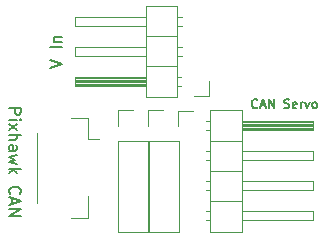
<source format=gto>
G04 #@! TF.GenerationSoftware,KiCad,Pcbnew,(5.1.5)-3*
G04 #@! TF.CreationDate,2020-09-29T13:04:06-07:00*
G04 #@! TF.ProjectId,can_servo_x3_breakout,63616e5f-7365-4727-966f-5f78335f6272,rev?*
G04 #@! TF.SameCoordinates,Original*
G04 #@! TF.FileFunction,Legend,Top*
G04 #@! TF.FilePolarity,Positive*
%FSLAX46Y46*%
G04 Gerber Fmt 4.6, Leading zero omitted, Abs format (unit mm)*
G04 Created by KiCad (PCBNEW (5.1.5)-3) date 2020-09-29 13:04:06*
%MOMM*%
%LPD*%
G04 APERTURE LIST*
%ADD10C,0.200000*%
%ADD11C,0.187500*%
%ADD12C,0.120000*%
G04 APERTURE END LIST*
D10*
X210018380Y-75064761D02*
X211018380Y-74731428D01*
X210018380Y-74398095D01*
X211018380Y-73302857D02*
X210018380Y-73302857D01*
X210351714Y-72826666D02*
X211018380Y-72826666D01*
X210446952Y-72826666D02*
X210399333Y-72779047D01*
X210351714Y-72683809D01*
X210351714Y-72540952D01*
X210399333Y-72445714D01*
X210494571Y-72398095D01*
X211018380Y-72398095D01*
D11*
X227566428Y-78372857D02*
X227530714Y-78408571D01*
X227423571Y-78444285D01*
X227352142Y-78444285D01*
X227245000Y-78408571D01*
X227173571Y-78337142D01*
X227137857Y-78265714D01*
X227102142Y-78122857D01*
X227102142Y-78015714D01*
X227137857Y-77872857D01*
X227173571Y-77801428D01*
X227245000Y-77730000D01*
X227352142Y-77694285D01*
X227423571Y-77694285D01*
X227530714Y-77730000D01*
X227566428Y-77765714D01*
X227852142Y-78230000D02*
X228209285Y-78230000D01*
X227780714Y-78444285D02*
X228030714Y-77694285D01*
X228280714Y-78444285D01*
X228530714Y-78444285D02*
X228530714Y-77694285D01*
X228959285Y-78444285D01*
X228959285Y-77694285D01*
X229852142Y-78408571D02*
X229959285Y-78444285D01*
X230137857Y-78444285D01*
X230209285Y-78408571D01*
X230245000Y-78372857D01*
X230280714Y-78301428D01*
X230280714Y-78230000D01*
X230245000Y-78158571D01*
X230209285Y-78122857D01*
X230137857Y-78087142D01*
X229995000Y-78051428D01*
X229923571Y-78015714D01*
X229887857Y-77980000D01*
X229852142Y-77908571D01*
X229852142Y-77837142D01*
X229887857Y-77765714D01*
X229923571Y-77730000D01*
X229995000Y-77694285D01*
X230173571Y-77694285D01*
X230280714Y-77730000D01*
X230887857Y-78408571D02*
X230816428Y-78444285D01*
X230673571Y-78444285D01*
X230602142Y-78408571D01*
X230566428Y-78337142D01*
X230566428Y-78051428D01*
X230602142Y-77980000D01*
X230673571Y-77944285D01*
X230816428Y-77944285D01*
X230887857Y-77980000D01*
X230923571Y-78051428D01*
X230923571Y-78122857D01*
X230566428Y-78194285D01*
X231245000Y-78444285D02*
X231245000Y-77944285D01*
X231245000Y-78087142D02*
X231280714Y-78015714D01*
X231316428Y-77980000D01*
X231387857Y-77944285D01*
X231459285Y-77944285D01*
X231637857Y-77944285D02*
X231816428Y-78444285D01*
X231995000Y-77944285D01*
X232387857Y-78444285D02*
X232316428Y-78408571D01*
X232280714Y-78372857D01*
X232245000Y-78301428D01*
X232245000Y-78087142D01*
X232280714Y-78015714D01*
X232316428Y-77980000D01*
X232387857Y-77944285D01*
X232495000Y-77944285D01*
X232566428Y-77980000D01*
X232602142Y-78015714D01*
X232637857Y-78087142D01*
X232637857Y-78301428D01*
X232602142Y-78372857D01*
X232566428Y-78408571D01*
X232495000Y-78444285D01*
X232387857Y-78444285D01*
D10*
X206547619Y-78428571D02*
X207547619Y-78428571D01*
X207547619Y-78809523D01*
X207500000Y-78904761D01*
X207452380Y-78952380D01*
X207357142Y-79000000D01*
X207214285Y-79000000D01*
X207119047Y-78952380D01*
X207071428Y-78904761D01*
X207023809Y-78809523D01*
X207023809Y-78428571D01*
X206547619Y-79428571D02*
X207214285Y-79428571D01*
X207547619Y-79428571D02*
X207500000Y-79380952D01*
X207452380Y-79428571D01*
X207500000Y-79476190D01*
X207547619Y-79428571D01*
X207452380Y-79428571D01*
X206547619Y-79809523D02*
X207214285Y-80333333D01*
X207214285Y-79809523D02*
X206547619Y-80333333D01*
X206547619Y-80714285D02*
X207547619Y-80714285D01*
X206547619Y-81142857D02*
X207071428Y-81142857D01*
X207166666Y-81095238D01*
X207214285Y-81000000D01*
X207214285Y-80857142D01*
X207166666Y-80761904D01*
X207119047Y-80714285D01*
X206547619Y-82047619D02*
X207071428Y-82047619D01*
X207166666Y-82000000D01*
X207214285Y-81904761D01*
X207214285Y-81714285D01*
X207166666Y-81619047D01*
X206595238Y-82047619D02*
X206547619Y-81952380D01*
X206547619Y-81714285D01*
X206595238Y-81619047D01*
X206690476Y-81571428D01*
X206785714Y-81571428D01*
X206880952Y-81619047D01*
X206928571Y-81714285D01*
X206928571Y-81952380D01*
X206976190Y-82047619D01*
X207214285Y-82428571D02*
X206547619Y-82619047D01*
X207023809Y-82809523D01*
X206547619Y-83000000D01*
X207214285Y-83190476D01*
X206547619Y-83571428D02*
X207547619Y-83571428D01*
X206928571Y-83666666D02*
X206547619Y-83952380D01*
X207214285Y-83952380D02*
X206833333Y-83571428D01*
X206642857Y-85714285D02*
X206595238Y-85666666D01*
X206547619Y-85523809D01*
X206547619Y-85428571D01*
X206595238Y-85285714D01*
X206690476Y-85190476D01*
X206785714Y-85142857D01*
X206976190Y-85095238D01*
X207119047Y-85095238D01*
X207309523Y-85142857D01*
X207404761Y-85190476D01*
X207500000Y-85285714D01*
X207547619Y-85428571D01*
X207547619Y-85523809D01*
X207500000Y-85666666D01*
X207452380Y-85714285D01*
X206833333Y-86095238D02*
X206833333Y-86571428D01*
X206547619Y-86000000D02*
X207547619Y-86333333D01*
X206547619Y-86666666D01*
X206547619Y-87000000D02*
X207547619Y-87000000D01*
X206547619Y-87571428D01*
X207547619Y-87571428D01*
D12*
X220878400Y-78689200D02*
X222148400Y-78689200D01*
X220878400Y-79959200D02*
X220878400Y-78689200D01*
X223191329Y-87959200D02*
X223588400Y-87959200D01*
X223191329Y-87199200D02*
X223588400Y-87199200D01*
X232248400Y-87959200D02*
X226248400Y-87959200D01*
X232248400Y-87199200D02*
X232248400Y-87959200D01*
X226248400Y-87199200D02*
X232248400Y-87199200D01*
X223588400Y-86309200D02*
X226248400Y-86309200D01*
X223191329Y-85419200D02*
X223588400Y-85419200D01*
X223191329Y-84659200D02*
X223588400Y-84659200D01*
X232248400Y-85419200D02*
X226248400Y-85419200D01*
X232248400Y-84659200D02*
X232248400Y-85419200D01*
X226248400Y-84659200D02*
X232248400Y-84659200D01*
X223588400Y-83769200D02*
X226248400Y-83769200D01*
X223191329Y-82879200D02*
X223588400Y-82879200D01*
X223191329Y-82119200D02*
X223588400Y-82119200D01*
X232248400Y-82879200D02*
X226248400Y-82879200D01*
X232248400Y-82119200D02*
X232248400Y-82879200D01*
X226248400Y-82119200D02*
X232248400Y-82119200D01*
X223588400Y-81229200D02*
X226248400Y-81229200D01*
X223258400Y-80339200D02*
X223588400Y-80339200D01*
X223258400Y-79579200D02*
X223588400Y-79579200D01*
X226248400Y-80239200D02*
X232248400Y-80239200D01*
X226248400Y-80119200D02*
X232248400Y-80119200D01*
X226248400Y-79999200D02*
X232248400Y-79999200D01*
X226248400Y-79879200D02*
X232248400Y-79879200D01*
X226248400Y-79759200D02*
X232248400Y-79759200D01*
X226248400Y-79639200D02*
X232248400Y-79639200D01*
X232248400Y-80339200D02*
X226248400Y-80339200D01*
X232248400Y-79579200D02*
X232248400Y-80339200D01*
X226248400Y-79579200D02*
X232248400Y-79579200D01*
X226248400Y-78629200D02*
X223588400Y-78629200D01*
X226248400Y-88909200D02*
X226248400Y-78629200D01*
X223588400Y-88909200D02*
X226248400Y-88909200D01*
X223588400Y-78629200D02*
X223588400Y-88909200D01*
X218278400Y-78629200D02*
X219608400Y-78629200D01*
X218278400Y-79959200D02*
X218278400Y-78629200D01*
X218278400Y-81229200D02*
X220938400Y-81229200D01*
X220938400Y-81229200D02*
X220938400Y-88909200D01*
X218278400Y-81229200D02*
X218278400Y-88909200D01*
X218278400Y-88909200D02*
X220938400Y-88909200D01*
X215738400Y-78629200D02*
X217068400Y-78629200D01*
X215738400Y-79959200D02*
X215738400Y-78629200D01*
X215738400Y-81229200D02*
X218398400Y-81229200D01*
X218398400Y-81229200D02*
X218398400Y-88909200D01*
X215738400Y-81229200D02*
X215738400Y-88909200D01*
X215738400Y-88909200D02*
X218398400Y-88909200D01*
X223520000Y-77470000D02*
X222250000Y-77470000D01*
X223520000Y-76200000D02*
X223520000Y-77470000D01*
X221207071Y-70740000D02*
X220810000Y-70740000D01*
X221207071Y-71500000D02*
X220810000Y-71500000D01*
X212150000Y-70740000D02*
X218150000Y-70740000D01*
X212150000Y-71500000D02*
X212150000Y-70740000D01*
X218150000Y-71500000D02*
X212150000Y-71500000D01*
X220810000Y-72390000D02*
X218150000Y-72390000D01*
X221207071Y-73280000D02*
X220810000Y-73280000D01*
X221207071Y-74040000D02*
X220810000Y-74040000D01*
X212150000Y-73280000D02*
X218150000Y-73280000D01*
X212150000Y-74040000D02*
X212150000Y-73280000D01*
X218150000Y-74040000D02*
X212150000Y-74040000D01*
X220810000Y-74930000D02*
X218150000Y-74930000D01*
X221140000Y-75820000D02*
X220810000Y-75820000D01*
X221140000Y-76580000D02*
X220810000Y-76580000D01*
X218150000Y-75920000D02*
X212150000Y-75920000D01*
X218150000Y-76040000D02*
X212150000Y-76040000D01*
X218150000Y-76160000D02*
X212150000Y-76160000D01*
X218150000Y-76280000D02*
X212150000Y-76280000D01*
X218150000Y-76400000D02*
X212150000Y-76400000D01*
X218150000Y-76520000D02*
X212150000Y-76520000D01*
X212150000Y-75820000D02*
X218150000Y-75820000D01*
X212150000Y-76580000D02*
X212150000Y-75820000D01*
X218150000Y-76580000D02*
X212150000Y-76580000D01*
X218150000Y-77530000D02*
X220810000Y-77530000D01*
X218150000Y-69790000D02*
X218150000Y-77530000D01*
X220810000Y-69790000D02*
X218150000Y-69790000D01*
X220810000Y-77530000D02*
X220810000Y-69790000D01*
X208940000Y-80535000D02*
X208940000Y-86465000D01*
X213210000Y-87735000D02*
X213210000Y-85935000D01*
X211760000Y-87735000D02*
X213210000Y-87735000D01*
X213210000Y-81065000D02*
X214200000Y-81065000D01*
X213210000Y-79265000D02*
X213210000Y-81065000D01*
X211760000Y-79265000D02*
X213210000Y-79265000D01*
M02*

</source>
